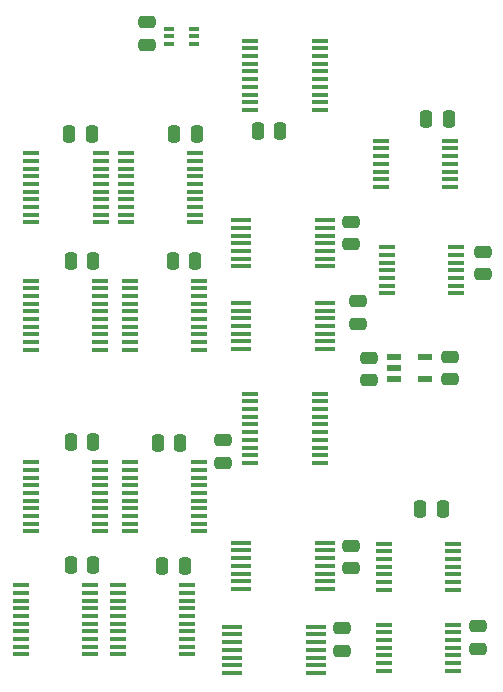
<source format=gtp>
%TF.GenerationSoftware,KiCad,Pcbnew,8.0.7*%
%TF.CreationDate,2025-04-24T19:06:38+02:00*%
%TF.ProjectId,GPIO 16bit,4750494f-2031-4366-9269-742e6b696361,V1*%
%TF.SameCoordinates,Original*%
%TF.FileFunction,Paste,Top*%
%TF.FilePolarity,Positive*%
%FSLAX46Y46*%
G04 Gerber Fmt 4.6, Leading zero omitted, Abs format (unit mm)*
G04 Created by KiCad (PCBNEW 8.0.7) date 2025-04-24 19:06:38*
%MOMM*%
%LPD*%
G01*
G04 APERTURE LIST*
G04 Aperture macros list*
%AMRoundRect*
0 Rectangle with rounded corners*
0 $1 Rounding radius*
0 $2 $3 $4 $5 $6 $7 $8 $9 X,Y pos of 4 corners*
0 Add a 4 corners polygon primitive as box body*
4,1,4,$2,$3,$4,$5,$6,$7,$8,$9,$2,$3,0*
0 Add four circle primitives for the rounded corners*
1,1,$1+$1,$2,$3*
1,1,$1+$1,$4,$5*
1,1,$1+$1,$6,$7*
1,1,$1+$1,$8,$9*
0 Add four rect primitives between the rounded corners*
20,1,$1+$1,$2,$3,$4,$5,0*
20,1,$1+$1,$4,$5,$6,$7,0*
20,1,$1+$1,$6,$7,$8,$9,0*
20,1,$1+$1,$8,$9,$2,$3,0*%
G04 Aperture macros list end*
%ADD10R,1.800000X0.450000*%
%ADD11RoundRect,0.250000X-0.475000X0.250000X-0.475000X-0.250000X0.475000X-0.250000X0.475000X0.250000X0*%
%ADD12R,1.475000X0.450000*%
%ADD13RoundRect,0.250000X0.250000X0.475000X-0.250000X0.475000X-0.250000X-0.475000X0.250000X-0.475000X0*%
%ADD14RoundRect,0.250000X-0.250000X-0.475000X0.250000X-0.475000X0.250000X0.475000X-0.250000X0.475000X0*%
%ADD15R,1.150000X0.600000*%
%ADD16RoundRect,0.250000X0.475000X-0.250000X0.475000X0.250000X-0.475000X0.250000X-0.475000X-0.250000X0*%
%ADD17R,0.875000X0.450000*%
G04 APERTURE END LIST*
D10*
%TO.C,IC14*%
X21960000Y-20163000D03*
X21960000Y-20813000D03*
X21960000Y-21463000D03*
X21960000Y-22113000D03*
X21960000Y-22763000D03*
X21960000Y-23413000D03*
X21960000Y-24063000D03*
X29060000Y-24063000D03*
X29060000Y-23413000D03*
X29060000Y-22763000D03*
X29060000Y-22113000D03*
X29060000Y-21463000D03*
X29060000Y-20813000D03*
X29060000Y-20163000D03*
%TD*%
D11*
%TO.C,C19*%
X42418000Y-15830000D03*
X42418000Y-17730000D03*
%TD*%
D10*
%TO.C,IC9*%
X21977000Y-40468000D03*
X21977000Y-41118000D03*
X21977000Y-41768000D03*
X21977000Y-42418000D03*
X21977000Y-43068000D03*
X21977000Y-43718000D03*
X21977000Y-44368000D03*
X29077000Y-44368000D03*
X29077000Y-43718000D03*
X29077000Y-43068000D03*
X29077000Y-42418000D03*
X29077000Y-41768000D03*
X29077000Y-41118000D03*
X29077000Y-40468000D03*
%TD*%
D11*
%TO.C,C10*%
X31242000Y-40722000D03*
X31242000Y-42622000D03*
%TD*%
D12*
%TO.C,IC1*%
X3285000Y-44065000D03*
X3285000Y-44715000D03*
X3285000Y-45365000D03*
X3285000Y-46015000D03*
X3285000Y-46665000D03*
X3285000Y-47315000D03*
X3285000Y-47965000D03*
X3285000Y-48615000D03*
X3285000Y-49265000D03*
X3285000Y-49915000D03*
X9161000Y-49915000D03*
X9161000Y-49265000D03*
X9161000Y-48615000D03*
X9161000Y-47965000D03*
X9161000Y-47315000D03*
X9161000Y-46665000D03*
X9161000Y-46015000D03*
X9161000Y-45365000D03*
X9161000Y-44715000D03*
X9161000Y-44065000D03*
%TD*%
D10*
%TO.C,IC4*%
X21215000Y-47580000D03*
X21215000Y-48230000D03*
X21215000Y-48880000D03*
X21215000Y-49530000D03*
X21215000Y-50180000D03*
X21215000Y-50830000D03*
X21215000Y-51480000D03*
X28315000Y-51480000D03*
X28315000Y-50830000D03*
X28315000Y-50180000D03*
X28315000Y-49530000D03*
X28315000Y-48880000D03*
X28315000Y-48230000D03*
X28315000Y-47580000D03*
%TD*%
D12*
%TO.C,IC21*%
X34002000Y-47408000D03*
X34002000Y-48058000D03*
X34002000Y-48708000D03*
X34002000Y-49358000D03*
X34002000Y-50008000D03*
X34002000Y-50658000D03*
X34002000Y-51308000D03*
X39878000Y-51308000D03*
X39878000Y-50658000D03*
X39878000Y-50008000D03*
X39878000Y-49358000D03*
X39878000Y-48708000D03*
X39878000Y-48058000D03*
X39878000Y-47408000D03*
%TD*%
D13*
%TO.C,C6*%
X18206000Y-5842000D03*
X16306000Y-5842000D03*
%TD*%
D11*
%TO.C,C15*%
X42020000Y-47550000D03*
X42020000Y-49450000D03*
%TD*%
D13*
%TO.C,C1*%
X39542000Y-4572000D03*
X37642000Y-4572000D03*
%TD*%
%TO.C,C17*%
X9426000Y-42369000D03*
X7526000Y-42369000D03*
%TD*%
D12*
%TO.C,IC13*%
X28592000Y-3814000D03*
X28592000Y-3164000D03*
X28592000Y-2514000D03*
X28592000Y-1864000D03*
X28592000Y-1214000D03*
X28592000Y-564000D03*
X28592000Y86000D03*
X28592000Y736000D03*
X28592000Y1386000D03*
X28592000Y2036000D03*
X22716000Y2036000D03*
X22716000Y1386000D03*
X22716000Y736000D03*
X22716000Y86000D03*
X22716000Y-564000D03*
X22716000Y-1214000D03*
X22716000Y-1864000D03*
X22716000Y-2514000D03*
X22716000Y-3164000D03*
X22716000Y-3814000D03*
%TD*%
%TO.C,IC10*%
X4157000Y-18280000D03*
X4157000Y-18930000D03*
X4157000Y-19580000D03*
X4157000Y-20230000D03*
X4157000Y-20880000D03*
X4157000Y-21530000D03*
X4157000Y-22180000D03*
X4157000Y-22830000D03*
X4157000Y-23480000D03*
X4157000Y-24130000D03*
X10033000Y-24130000D03*
X10033000Y-23480000D03*
X10033000Y-22830000D03*
X10033000Y-22180000D03*
X10033000Y-21530000D03*
X10033000Y-20880000D03*
X10033000Y-20230000D03*
X10033000Y-19580000D03*
X10033000Y-18930000D03*
X10033000Y-18280000D03*
%TD*%
D11*
%TO.C,C2*%
X31877000Y-20021000D03*
X31877000Y-21921000D03*
%TD*%
D14*
%TO.C,C7*%
X23340000Y-5562000D03*
X25240000Y-5562000D03*
%TD*%
D12*
%TO.C,IC11*%
X12539000Y-18280000D03*
X12539000Y-18930000D03*
X12539000Y-19580000D03*
X12539000Y-20230000D03*
X12539000Y-20880000D03*
X12539000Y-21530000D03*
X12539000Y-22180000D03*
X12539000Y-22830000D03*
X12539000Y-23480000D03*
X12539000Y-24130000D03*
X18415000Y-24130000D03*
X18415000Y-23480000D03*
X18415000Y-22830000D03*
X18415000Y-22180000D03*
X18415000Y-21530000D03*
X18415000Y-20880000D03*
X18415000Y-20230000D03*
X18415000Y-19580000D03*
X18415000Y-18930000D03*
X18415000Y-18280000D03*
%TD*%
%TO.C,IC5*%
X4123000Y-33640000D03*
X4123000Y-34290000D03*
X4123000Y-34940000D03*
X4123000Y-35590000D03*
X4123000Y-36240000D03*
X4123000Y-36890000D03*
X4123000Y-37540000D03*
X4123000Y-38190000D03*
X4123000Y-38840000D03*
X4123000Y-39490000D03*
X9999000Y-39490000D03*
X9999000Y-38840000D03*
X9999000Y-38190000D03*
X9999000Y-37540000D03*
X9999000Y-36890000D03*
X9999000Y-36240000D03*
X9999000Y-35590000D03*
X9999000Y-34940000D03*
X9999000Y-34290000D03*
X9999000Y-33640000D03*
%TD*%
D11*
%TO.C,C18*%
X31242000Y-13290000D03*
X31242000Y-15190000D03*
%TD*%
%TO.C,C20*%
X30480000Y-47707000D03*
X30480000Y-49607000D03*
%TD*%
D13*
%TO.C,C9*%
X9316000Y-5842000D03*
X7416000Y-5842000D03*
%TD*%
D12*
%TO.C,IC12*%
X33765000Y-6432000D03*
X33765000Y-7082000D03*
X33765000Y-7732000D03*
X33765000Y-8382000D03*
X33765000Y-9032000D03*
X33765000Y-9682000D03*
X33765000Y-10332000D03*
X39641000Y-10332000D03*
X39641000Y-9682000D03*
X39641000Y-9032000D03*
X39641000Y-8382000D03*
X39641000Y-7732000D03*
X39641000Y-7082000D03*
X39641000Y-6432000D03*
%TD*%
D13*
%TO.C,C8*%
X18079000Y-16637000D03*
X16179000Y-16637000D03*
%TD*%
D12*
%TO.C,IC3*%
X34009500Y-40550000D03*
X34009500Y-41200000D03*
X34009500Y-41850000D03*
X34009500Y-42500000D03*
X34009500Y-43150000D03*
X34009500Y-43800000D03*
X34009500Y-44450000D03*
X39885500Y-44450000D03*
X39885500Y-43800000D03*
X39885500Y-43150000D03*
X39885500Y-42500000D03*
X39885500Y-41850000D03*
X39885500Y-41200000D03*
X39885500Y-40550000D03*
%TD*%
D15*
%TO.C,IC19*%
X34895000Y-24704000D03*
X34895000Y-25654000D03*
X34895000Y-26604000D03*
X37495000Y-26604000D03*
X37495000Y-24704000D03*
%TD*%
D12*
%TO.C,IC8*%
X12522000Y-33651000D03*
X12522000Y-34301000D03*
X12522000Y-34951000D03*
X12522000Y-35601000D03*
X12522000Y-36251000D03*
X12522000Y-36901000D03*
X12522000Y-37551000D03*
X12522000Y-38201000D03*
X12522000Y-38851000D03*
X12522000Y-39501000D03*
X18398000Y-39501000D03*
X18398000Y-38851000D03*
X18398000Y-38201000D03*
X18398000Y-37551000D03*
X18398000Y-36901000D03*
X18398000Y-36251000D03*
X18398000Y-35601000D03*
X18398000Y-34951000D03*
X18398000Y-34301000D03*
X18398000Y-33651000D03*
%TD*%
D10*
%TO.C,IC18*%
X21960000Y-13163000D03*
X21960000Y-13813000D03*
X21960000Y-14463000D03*
X21960000Y-15113000D03*
X21960000Y-15763000D03*
X21960000Y-16413000D03*
X21960000Y-17063000D03*
X29060000Y-17063000D03*
X29060000Y-16413000D03*
X29060000Y-15763000D03*
X29060000Y-15113000D03*
X29060000Y-14463000D03*
X29060000Y-13813000D03*
X29060000Y-13163000D03*
%TD*%
D11*
%TO.C,C5*%
X13970000Y3601000D03*
X13970000Y1701000D03*
%TD*%
D12*
%TO.C,IC6*%
X34273000Y-15449000D03*
X34273000Y-16099000D03*
X34273000Y-16749000D03*
X34273000Y-17399000D03*
X34273000Y-18049000D03*
X34273000Y-18699000D03*
X34273000Y-19349000D03*
X40149000Y-19349000D03*
X40149000Y-18699000D03*
X40149000Y-18049000D03*
X40149000Y-17399000D03*
X40149000Y-16749000D03*
X40149000Y-16099000D03*
X40149000Y-15449000D03*
%TD*%
D13*
%TO.C,C3*%
X9426000Y-16633000D03*
X7526000Y-16633000D03*
%TD*%
%TO.C,C12*%
X39034000Y-37592000D03*
X37134000Y-37592000D03*
%TD*%
%TO.C,C11*%
X9426000Y-31955000D03*
X7526000Y-31955000D03*
%TD*%
D16*
%TO.C,C14*%
X20447000Y-33700000D03*
X20447000Y-31800000D03*
%TD*%
D13*
%TO.C,C16*%
X17190000Y-42418000D03*
X15290000Y-42418000D03*
%TD*%
D16*
%TO.C,C13*%
X32766000Y-26715000D03*
X32766000Y-24815000D03*
%TD*%
D12*
%TO.C,IC16*%
X12175000Y-7489000D03*
X12175000Y-8139000D03*
X12175000Y-8789000D03*
X12175000Y-9439000D03*
X12175000Y-10089000D03*
X12175000Y-10739000D03*
X12175000Y-11389000D03*
X12175000Y-12039000D03*
X12175000Y-12689000D03*
X12175000Y-13339000D03*
X18051000Y-13339000D03*
X18051000Y-12689000D03*
X18051000Y-12039000D03*
X18051000Y-11389000D03*
X18051000Y-10739000D03*
X18051000Y-10089000D03*
X18051000Y-9439000D03*
X18051000Y-8789000D03*
X18051000Y-8139000D03*
X18051000Y-7489000D03*
%TD*%
%TO.C,IC2*%
X28592000Y-33700000D03*
X28592000Y-33050000D03*
X28592000Y-32400000D03*
X28592000Y-31750000D03*
X28592000Y-31100000D03*
X28592000Y-30450000D03*
X28592000Y-29800000D03*
X28592000Y-29150000D03*
X28592000Y-28500000D03*
X28592000Y-27850000D03*
X22716000Y-27850000D03*
X22716000Y-28500000D03*
X22716000Y-29150000D03*
X22716000Y-29800000D03*
X22716000Y-30450000D03*
X22716000Y-31100000D03*
X22716000Y-31750000D03*
X22716000Y-32400000D03*
X22716000Y-33050000D03*
X22716000Y-33700000D03*
%TD*%
D11*
%TO.C,C21*%
X39624000Y-24720000D03*
X39624000Y-26620000D03*
%TD*%
D13*
%TO.C,C4*%
X16809000Y-32004000D03*
X14909000Y-32004000D03*
%TD*%
D12*
%TO.C,IC15*%
X4174000Y-7496000D03*
X4174000Y-8146000D03*
X4174000Y-8796000D03*
X4174000Y-9446000D03*
X4174000Y-10096000D03*
X4174000Y-10746000D03*
X4174000Y-11396000D03*
X4174000Y-12046000D03*
X4174000Y-12696000D03*
X4174000Y-13346000D03*
X10050000Y-13346000D03*
X10050000Y-12696000D03*
X10050000Y-12046000D03*
X10050000Y-11396000D03*
X10050000Y-10746000D03*
X10050000Y-10096000D03*
X10050000Y-9446000D03*
X10050000Y-8796000D03*
X10050000Y-8146000D03*
X10050000Y-7496000D03*
%TD*%
D17*
%TO.C,IC17*%
X15829000Y3063000D03*
X15829000Y2413000D03*
X15829000Y1763000D03*
X17953000Y1763000D03*
X17953000Y2413000D03*
X17953000Y3063000D03*
%TD*%
D12*
%TO.C,IC7*%
X11523000Y-44061000D03*
X11523000Y-44711000D03*
X11523000Y-45361000D03*
X11523000Y-46011000D03*
X11523000Y-46661000D03*
X11523000Y-47311000D03*
X11523000Y-47961000D03*
X11523000Y-48611000D03*
X11523000Y-49261000D03*
X11523000Y-49911000D03*
X17399000Y-49911000D03*
X17399000Y-49261000D03*
X17399000Y-48611000D03*
X17399000Y-47961000D03*
X17399000Y-47311000D03*
X17399000Y-46661000D03*
X17399000Y-46011000D03*
X17399000Y-45361000D03*
X17399000Y-44711000D03*
X17399000Y-44061000D03*
%TD*%
M02*

</source>
